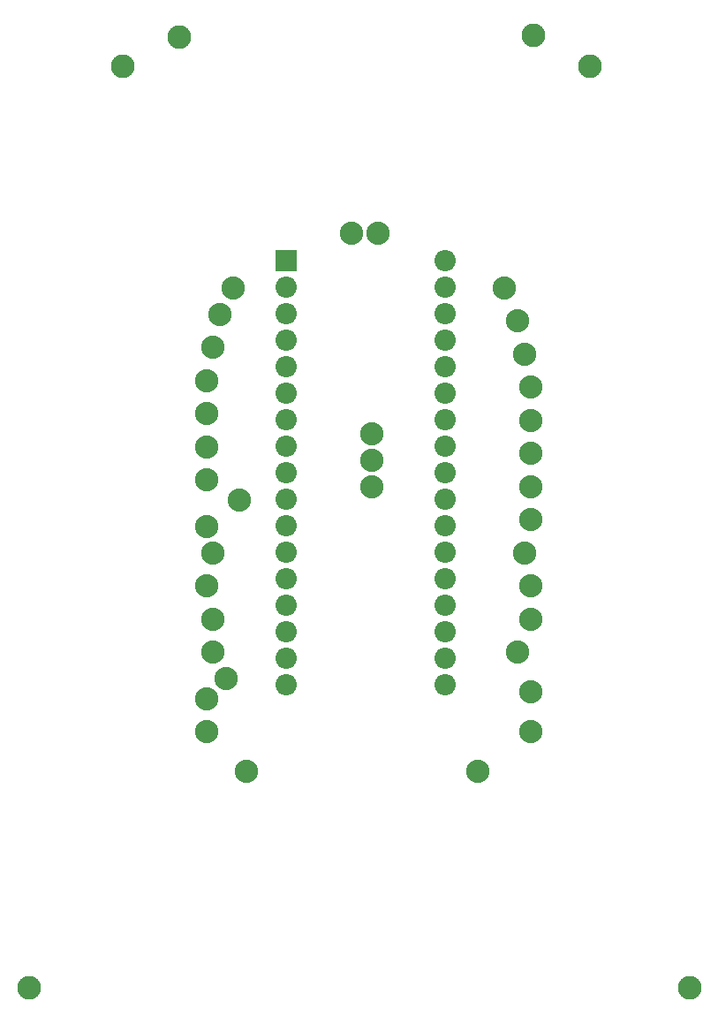
<source format=gbs>
G04 MADE WITH FRITZING*
G04 WWW.FRITZING.ORG*
G04 DOUBLE SIDED*
G04 HOLES PLATED*
G04 CONTOUR ON CENTER OF CONTOUR VECTOR*
%ASAXBY*%
%FSLAX23Y23*%
%MOIN*%
%OFA0B0*%
%SFA1.0B1.0*%
%ADD10C,0.089370*%
%ADD11C,0.088000*%
%ADD12C,0.080555*%
%ADD13C,0.080583*%
%ADD14R,0.080570X0.080542*%
%LNMASK0*%
G90*
G70*
G54D10*
X70Y89D03*
X2563Y88D03*
X423Y3564D03*
X2189Y3563D03*
X1975Y3680D03*
X637Y3676D03*
G54D11*
X1365Y1978D03*
X1365Y2078D03*
X1365Y2178D03*
X1286Y2934D03*
X1386Y2934D03*
G54D12*
X1040Y2831D03*
X1040Y2731D03*
X1040Y2631D03*
X1040Y2531D03*
X1040Y2431D03*
X1040Y2331D03*
X1040Y2231D03*
X1040Y2131D03*
X1040Y2031D03*
G54D13*
X1040Y1931D03*
X1040Y1831D03*
X1040Y1731D03*
G54D12*
X1040Y1631D03*
X1040Y1531D03*
G54D13*
X1040Y1431D03*
X1040Y1331D03*
X1040Y1231D03*
G54D12*
X1640Y2831D03*
X1640Y2731D03*
X1640Y2631D03*
X1640Y2531D03*
X1640Y2431D03*
X1640Y2331D03*
X1640Y2031D03*
G54D13*
X1640Y1931D03*
G54D12*
X1640Y2131D03*
X1640Y2231D03*
G54D13*
X1640Y1831D03*
X1640Y1731D03*
G54D12*
X1640Y1631D03*
X1640Y1531D03*
G54D13*
X1640Y1431D03*
X1640Y1331D03*
X1640Y1231D03*
G54D11*
X740Y2128D03*
X740Y2128D03*
X815Y1253D03*
X815Y1253D03*
X740Y1603D03*
X740Y1603D03*
X740Y1053D03*
X740Y1053D03*
X890Y903D03*
X890Y903D03*
X740Y1828D03*
X740Y1828D03*
X740Y2378D03*
X740Y2378D03*
X740Y1178D03*
X740Y1178D03*
X765Y1353D03*
X765Y1353D03*
X765Y1728D03*
X765Y1728D03*
X740Y2253D03*
X740Y2253D03*
X740Y2003D03*
X740Y2003D03*
X765Y1478D03*
X765Y1478D03*
X840Y2728D03*
X840Y2728D03*
X765Y2503D03*
X765Y2503D03*
X865Y1928D03*
X865Y1928D03*
X1965Y2228D03*
X1965Y2228D03*
X1965Y2353D03*
X1965Y2353D03*
X1965Y1603D03*
X1965Y1603D03*
X1965Y1978D03*
X1965Y1978D03*
X1915Y2603D03*
X1915Y2603D03*
X1865Y2728D03*
X1865Y2728D03*
X1940Y2478D03*
X1940Y2478D03*
X1965Y2103D03*
X1965Y2103D03*
X1965Y1853D03*
X1965Y1853D03*
X1940Y1728D03*
X1940Y1728D03*
X790Y2628D03*
X790Y2628D03*
X1915Y1353D03*
X1915Y1353D03*
X1965Y1478D03*
X1965Y1478D03*
X1765Y903D03*
X1765Y903D03*
X1965Y1203D03*
X1965Y1203D03*
X1965Y1053D03*
X1965Y1053D03*
G54D14*
X1040Y2831D03*
G04 End of Mask0*
M02*
</source>
